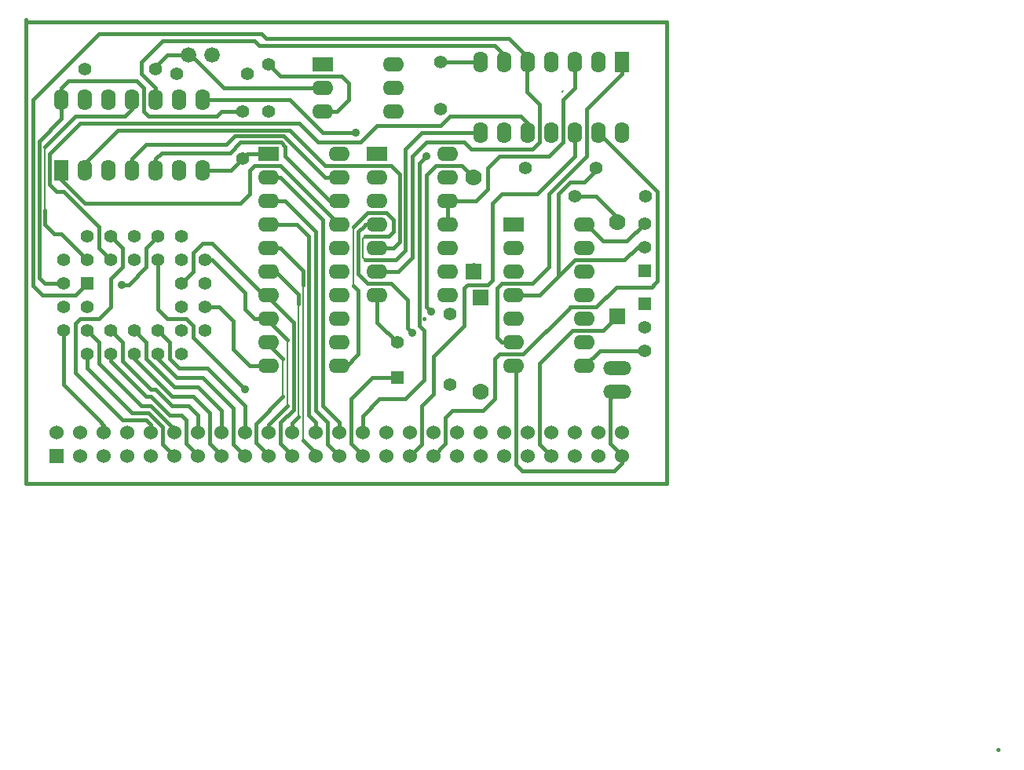
<source format=gbl>
G04 (created by PCBNEW-RS274X (2011-07-08 BZR 3044)-stable) date 06/10/2012 12:04:17*
G01*
G70*
G90*
%MOIN*%
G04 Gerber Fmt 3.4, Leading zero omitted, Abs format*
%FSLAX34Y34*%
G04 APERTURE LIST*
%ADD10C,0.006000*%
%ADD11C,0.015000*%
%ADD12C,0.055000*%
%ADD13R,0.062000X0.090000*%
%ADD14O,0.062000X0.090000*%
%ADD15R,0.055000X0.055000*%
%ADD16C,0.070000*%
%ADD17R,0.070000X0.070000*%
%ADD18R,0.090000X0.062000*%
%ADD19O,0.090000X0.062000*%
%ADD20O,0.118700X0.059300*%
%ADD21C,0.066000*%
%ADD22R,0.060000X0.060000*%
%ADD23C,0.060000*%
%ADD24C,0.035000*%
%ADD25C,0.008000*%
G04 APERTURE END LIST*
G54D10*
G54D11*
X07000Y-08100D02*
X07000Y-08000D01*
X34200Y-08100D02*
X07000Y-08100D01*
X34200Y-27700D02*
X34200Y-08100D01*
X07000Y-27700D02*
X34200Y-27700D01*
X07000Y-08100D02*
X07000Y-27700D01*
G54D12*
X16200Y-11900D03*
X16200Y-13900D03*
X17300Y-09900D03*
X17300Y-11900D03*
X24600Y-11800D03*
X24600Y-09800D03*
G54D13*
X08500Y-14400D03*
G54D14*
X09500Y-14400D03*
X10500Y-14400D03*
X11500Y-14400D03*
X12500Y-14400D03*
X13500Y-14400D03*
X14500Y-14400D03*
X14500Y-11400D03*
X13500Y-11400D03*
X12500Y-11400D03*
X11500Y-11400D03*
X10500Y-11400D03*
X09500Y-11400D03*
X08500Y-11400D03*
G54D15*
X22750Y-23200D03*
G54D12*
X22750Y-21700D03*
G54D16*
X26000Y-14700D03*
G54D17*
X26000Y-18700D03*
G54D12*
X25000Y-20500D03*
X25000Y-23500D03*
G54D16*
X26300Y-23800D03*
G54D17*
X26300Y-19800D03*
G54D15*
X33250Y-20050D03*
G54D12*
X33250Y-21050D03*
X33250Y-22050D03*
G54D15*
X33250Y-18650D03*
G54D12*
X33250Y-17650D03*
X33250Y-16650D03*
X16400Y-10300D03*
X13400Y-10300D03*
X12500Y-10100D03*
X09500Y-10100D03*
X30300Y-15500D03*
X33300Y-15500D03*
G54D18*
X19600Y-09900D03*
G54D19*
X19600Y-10900D03*
X19600Y-11900D03*
X22600Y-11900D03*
X22600Y-10900D03*
X22600Y-09900D03*
G54D18*
X27700Y-16700D03*
G54D19*
X27700Y-17700D03*
X27700Y-18700D03*
X27700Y-19700D03*
X27700Y-20700D03*
X27700Y-21700D03*
X27700Y-22700D03*
X30700Y-22700D03*
X30700Y-21700D03*
X30700Y-20700D03*
X30700Y-19700D03*
X30700Y-18700D03*
X30700Y-17700D03*
X30700Y-16700D03*
G54D15*
X09600Y-19200D03*
G54D12*
X08600Y-20200D03*
X09600Y-20200D03*
X08600Y-21200D03*
X09600Y-22200D03*
X09600Y-21200D03*
X10600Y-22200D03*
X10600Y-21200D03*
X11600Y-22200D03*
X11600Y-21200D03*
X12600Y-22200D03*
X12600Y-21200D03*
X13600Y-22200D03*
X14600Y-21200D03*
X13600Y-21200D03*
X14600Y-20200D03*
X13600Y-20200D03*
X14600Y-19200D03*
X13600Y-19200D03*
X14600Y-18200D03*
X13600Y-17200D03*
X13600Y-18200D03*
X12600Y-17200D03*
X12600Y-18200D03*
X11600Y-17200D03*
X11600Y-18200D03*
X10600Y-17200D03*
X10600Y-18200D03*
X09600Y-18200D03*
X08600Y-19200D03*
X09600Y-17200D03*
X08600Y-18200D03*
G54D13*
X32300Y-09800D03*
G54D14*
X31300Y-09800D03*
X30300Y-09800D03*
X29300Y-09800D03*
X28300Y-09800D03*
X27300Y-09800D03*
X26300Y-09800D03*
X26300Y-12800D03*
X27300Y-12800D03*
X28300Y-12800D03*
X29300Y-12800D03*
X30300Y-12800D03*
X31300Y-12800D03*
X32300Y-12800D03*
G54D18*
X21900Y-13700D03*
G54D19*
X21900Y-14700D03*
X21900Y-15700D03*
X21900Y-16700D03*
X21900Y-17700D03*
X21900Y-18700D03*
X21900Y-19700D03*
X24900Y-19700D03*
X24900Y-18700D03*
X24900Y-17700D03*
X24900Y-16700D03*
X24900Y-15700D03*
X24900Y-14700D03*
X24900Y-13700D03*
G54D18*
X17300Y-13700D03*
G54D19*
X17300Y-14700D03*
X17300Y-15700D03*
X17300Y-16700D03*
X17300Y-17700D03*
X17300Y-18700D03*
X17300Y-19700D03*
X17300Y-20700D03*
X17300Y-21700D03*
X17300Y-22700D03*
X20300Y-22700D03*
X20300Y-21700D03*
X20300Y-20700D03*
X20300Y-19700D03*
X20300Y-18700D03*
X20300Y-17700D03*
X20300Y-16700D03*
X20300Y-15700D03*
X20300Y-14700D03*
X20300Y-13700D03*
G54D16*
X32100Y-16600D03*
G54D17*
X32100Y-20600D03*
G54D20*
X32100Y-22800D03*
X32100Y-23800D03*
G54D21*
X14900Y-09500D03*
X13900Y-09500D03*
G54D12*
X31200Y-14300D03*
X28200Y-14300D03*
G54D22*
X08294Y-26531D03*
G54D23*
X08294Y-25531D03*
X09294Y-26531D03*
X09294Y-25531D03*
X10294Y-26531D03*
X10294Y-25531D03*
X11294Y-26531D03*
X11294Y-25531D03*
X12294Y-26531D03*
X12294Y-25531D03*
X13294Y-26531D03*
X13294Y-25531D03*
X14294Y-26531D03*
X14294Y-25531D03*
X15294Y-26531D03*
X15294Y-25531D03*
X16294Y-26531D03*
X16294Y-25531D03*
X17294Y-26531D03*
X17294Y-25531D03*
X18294Y-26531D03*
X18294Y-25531D03*
X19294Y-26531D03*
X19294Y-25531D03*
X20294Y-26531D03*
X20294Y-25531D03*
X21294Y-26531D03*
X21294Y-25531D03*
X22294Y-26531D03*
X22294Y-25531D03*
X23294Y-26531D03*
X23294Y-25531D03*
X24294Y-26531D03*
X24294Y-25531D03*
X25294Y-26531D03*
X25294Y-25531D03*
X26294Y-26531D03*
X26294Y-25531D03*
X27294Y-26531D03*
X27294Y-25531D03*
X28294Y-26531D03*
X28294Y-25531D03*
X29294Y-26531D03*
X29294Y-25531D03*
X30294Y-26531D03*
X30294Y-25531D03*
X31294Y-26531D03*
X31294Y-25531D03*
X32294Y-26531D03*
X32294Y-25531D03*
G54D24*
X11050Y-19250D03*
X24200Y-20400D03*
X24000Y-13800D03*
X21000Y-12800D03*
X23400Y-21300D03*
X16300Y-23700D03*
G54D11*
X48250Y-39000D02*
X48250Y-39000D01*
G54D25*
X29750Y-11050D02*
X29800Y-11000D01*
X29750Y-11050D02*
X29800Y-11000D01*
G54D11*
X09600Y-18200D02*
X08500Y-17100D01*
X07800Y-16500D02*
X07800Y-16700D01*
X11200Y-12100D02*
X09100Y-12100D01*
X11500Y-11800D02*
X11500Y-11400D01*
X07800Y-16500D02*
X07800Y-16100D01*
X11500Y-11800D02*
X11200Y-12100D01*
X09100Y-12100D02*
X07800Y-13400D01*
X08500Y-17100D02*
X08200Y-17100D01*
G54D25*
X07800Y-16100D02*
X07800Y-13400D01*
G54D11*
X07800Y-16700D02*
X08200Y-17100D01*
X16294Y-24750D02*
X16294Y-24594D01*
G54D25*
X16294Y-24750D02*
X16294Y-25531D01*
G54D11*
X13500Y-22800D02*
X14700Y-22800D01*
X12600Y-21200D02*
X13100Y-21700D01*
X14700Y-22800D02*
X16294Y-24394D01*
X13100Y-21900D02*
X13100Y-22400D01*
X16294Y-25531D02*
X16294Y-24594D01*
X13500Y-22800D02*
X13100Y-22400D01*
X16294Y-24394D02*
X16294Y-24594D01*
G54D25*
X16294Y-24694D02*
X16294Y-24750D01*
G54D11*
X13100Y-21700D02*
X13100Y-21900D01*
X14500Y-23200D02*
X15800Y-24500D01*
X15800Y-24500D02*
X15800Y-26037D01*
X12600Y-22200D02*
X12600Y-22400D01*
X15800Y-26037D02*
X16294Y-26531D01*
X12600Y-22400D02*
X13400Y-23200D01*
X13400Y-23200D02*
X14500Y-23200D01*
X12100Y-18500D02*
X11350Y-19250D01*
X12600Y-17200D02*
X12100Y-17700D01*
X11350Y-19250D02*
X11050Y-19250D01*
X12100Y-17700D02*
X12100Y-18500D01*
X10294Y-25531D02*
X10294Y-25206D01*
X08600Y-21200D02*
X08600Y-23500D01*
X10088Y-25000D02*
X10100Y-25000D01*
X08600Y-23500D02*
X10100Y-25000D01*
X10294Y-25206D02*
X10088Y-25000D01*
X17600Y-12400D02*
X16700Y-12400D01*
X19400Y-13200D02*
X21200Y-13200D01*
X28000Y-12100D02*
X25000Y-12100D01*
X10100Y-17700D02*
X10100Y-16800D01*
X08000Y-15000D02*
X08000Y-13700D01*
X10100Y-16800D02*
X08600Y-15300D01*
X08600Y-15300D02*
X08300Y-15300D01*
X28300Y-12400D02*
X28000Y-12100D01*
X18600Y-12400D02*
X19400Y-13200D01*
X24600Y-12500D02*
X25000Y-12100D01*
X17600Y-12400D02*
X18600Y-12400D01*
X08300Y-15300D02*
X08000Y-15000D01*
X21200Y-13200D02*
X21900Y-12500D01*
X24600Y-12500D02*
X21900Y-12500D01*
X16700Y-12400D02*
X09300Y-12400D01*
X10100Y-17700D02*
X10600Y-18200D01*
X28300Y-12800D02*
X28300Y-12400D01*
X09300Y-12400D02*
X08000Y-13700D01*
X14300Y-23600D02*
X15294Y-24594D01*
X12100Y-22400D02*
X13300Y-23600D01*
X12100Y-21700D02*
X12100Y-21800D01*
X15294Y-24594D02*
X15294Y-25531D01*
X12100Y-21700D02*
X12100Y-22400D01*
X11600Y-21200D02*
X12100Y-21700D01*
X13300Y-23600D02*
X14300Y-23600D01*
X14750Y-24650D02*
X14100Y-24000D01*
X14800Y-24700D02*
X14750Y-24650D01*
X15294Y-26531D02*
X15294Y-26494D01*
X14800Y-26000D02*
X14800Y-24700D01*
X13200Y-24000D02*
X14100Y-24000D01*
X11600Y-22400D02*
X11600Y-22200D01*
X15294Y-26494D02*
X14800Y-26000D01*
X11600Y-22400D02*
X13200Y-24000D01*
X13200Y-24400D02*
X13900Y-24400D01*
X13900Y-24400D02*
X14294Y-24794D01*
X11100Y-21700D02*
X11100Y-22500D01*
X12300Y-23700D02*
X12500Y-23700D01*
X10600Y-21200D02*
X10700Y-21300D01*
X11100Y-22500D02*
X12300Y-23700D01*
X10700Y-21300D02*
X11100Y-21700D01*
X12500Y-23700D02*
X13200Y-24400D01*
X14294Y-24794D02*
X14294Y-25531D01*
X12700Y-24400D02*
X13100Y-24800D01*
X12700Y-24400D02*
X12700Y-24400D01*
X12100Y-24000D02*
X12300Y-24000D01*
X13600Y-24800D02*
X13800Y-25000D01*
X10600Y-22500D02*
X10600Y-22200D01*
X14294Y-26531D02*
X14294Y-26494D01*
X13800Y-26000D02*
X13800Y-25000D01*
X14294Y-26494D02*
X13800Y-26000D01*
X10600Y-22500D02*
X12100Y-24000D01*
G54D25*
X10600Y-22200D02*
X10600Y-22200D01*
G54D11*
X12300Y-24000D02*
X12700Y-24400D01*
X13100Y-24800D02*
X13600Y-24800D01*
X11900Y-24400D02*
X12300Y-24400D01*
X13294Y-25394D02*
X12300Y-24400D01*
X10100Y-22600D02*
X11900Y-24400D01*
X09700Y-21300D02*
X10100Y-21700D01*
X13294Y-25531D02*
X13294Y-25394D01*
X10100Y-21700D02*
X10100Y-22600D01*
X09600Y-21200D02*
X09700Y-21300D01*
X12800Y-25300D02*
X12800Y-26037D01*
X09600Y-22200D02*
X09600Y-22800D01*
G54D25*
X09600Y-22200D02*
X09600Y-22200D01*
G54D11*
X09600Y-22800D02*
X11500Y-24700D01*
X12200Y-24700D02*
X12800Y-25300D01*
X13294Y-26531D02*
X12850Y-26087D01*
X11500Y-24700D02*
X12200Y-24700D01*
X12800Y-26037D02*
X13294Y-26531D01*
X12100Y-25000D02*
X12294Y-25194D01*
X09100Y-20900D02*
X09100Y-21200D01*
X10600Y-19000D02*
X10600Y-20200D01*
X10700Y-17300D02*
X11100Y-17700D01*
X09300Y-20700D02*
X09100Y-20900D01*
X10100Y-20700D02*
X09300Y-20700D01*
X11100Y-17700D02*
X11100Y-18500D01*
X10600Y-20200D02*
X10100Y-20700D01*
X11100Y-18500D02*
X10600Y-19000D01*
X09100Y-21200D02*
X09100Y-23000D01*
X12294Y-25531D02*
X12294Y-25194D01*
X11100Y-25000D02*
X12100Y-25000D01*
X09100Y-23000D02*
X11100Y-25000D01*
X10600Y-17200D02*
X10700Y-17300D01*
X27100Y-13800D02*
X26600Y-14300D01*
X29400Y-13600D02*
X29200Y-13800D01*
X24900Y-15700D02*
X26100Y-15700D01*
X26600Y-14400D02*
X26600Y-14300D01*
X26100Y-15700D02*
X26600Y-15200D01*
X26600Y-15200D02*
X26600Y-14400D01*
X29502Y-13501D02*
X29499Y-13501D01*
X30300Y-09800D02*
X30300Y-10900D01*
X29800Y-13203D02*
X29502Y-13501D01*
X29200Y-13800D02*
X27100Y-13800D01*
X29800Y-11400D02*
X29800Y-13203D01*
X30300Y-10900D02*
X29800Y-11400D01*
X24900Y-16700D02*
X24900Y-15700D01*
G54D25*
X30300Y-09800D02*
X30250Y-10550D01*
G54D11*
X29499Y-13501D02*
X29400Y-13600D01*
X29502Y-13501D02*
X29500Y-13503D01*
X20294Y-25094D02*
X20294Y-25531D01*
X19600Y-16500D02*
X19600Y-17200D01*
X19600Y-17200D02*
X19600Y-24400D01*
X19600Y-24400D02*
X20294Y-25094D01*
X17800Y-14700D02*
X19600Y-16500D01*
G54D25*
X20294Y-25531D02*
X20294Y-25094D01*
G54D11*
X17300Y-14700D02*
X17800Y-14700D01*
X17300Y-14700D02*
X17300Y-14800D01*
X19600Y-17100D02*
X19600Y-17200D01*
X19800Y-26037D02*
X20294Y-26531D01*
X19800Y-25100D02*
X19800Y-26037D01*
G54D25*
X20294Y-26494D02*
X19800Y-26000D01*
X19800Y-25100D02*
X19800Y-26000D01*
X20294Y-26494D02*
X20294Y-26531D01*
G54D11*
X19300Y-24600D02*
X19800Y-25100D01*
X17300Y-15700D02*
X18000Y-15700D01*
X19300Y-17000D02*
X19300Y-24600D01*
X18000Y-15700D02*
X19300Y-17000D01*
G54D25*
X19294Y-25094D02*
X19000Y-24800D01*
X19294Y-25094D02*
X19294Y-25531D01*
X19000Y-24800D02*
X19000Y-18500D01*
G54D11*
X19000Y-17200D02*
X19000Y-24800D01*
X18500Y-16700D02*
X19000Y-17200D01*
X19294Y-25094D02*
X19294Y-25531D01*
X19000Y-24800D02*
X19294Y-25094D01*
X17300Y-16700D02*
X18500Y-16700D01*
X17800Y-17700D02*
X17300Y-17700D01*
G54D25*
X18750Y-24850D02*
X18750Y-19250D01*
G54D11*
X19294Y-26394D02*
X18750Y-25850D01*
G54D25*
X18750Y-24850D02*
X18750Y-25850D01*
G54D11*
X19294Y-26394D02*
X19294Y-26531D01*
X18748Y-18648D02*
X17800Y-17700D01*
X18748Y-19248D02*
X18748Y-18648D01*
X18750Y-19250D02*
X18748Y-19248D01*
G54D25*
X18750Y-24950D02*
X18750Y-24850D01*
G54D11*
X18550Y-19650D02*
X18550Y-20050D01*
G54D25*
X18550Y-23950D02*
X18550Y-20050D01*
G54D11*
X18294Y-25106D02*
X18550Y-24850D01*
G54D25*
X18550Y-24850D02*
X18550Y-23950D01*
G54D11*
X17300Y-18700D02*
X17600Y-18700D01*
X18294Y-25106D02*
X18294Y-25531D01*
X17600Y-18700D02*
X18550Y-19650D01*
X17100Y-19700D02*
X14900Y-17500D01*
X17800Y-26000D02*
X17800Y-25100D01*
X18294Y-26531D02*
X18294Y-26494D01*
X18350Y-24450D02*
X18350Y-24450D01*
X18294Y-26494D02*
X17800Y-26000D01*
X14100Y-17900D02*
X14500Y-17500D01*
X17100Y-19700D02*
X17300Y-19700D01*
X17800Y-25100D02*
X18353Y-24547D01*
X17300Y-19800D02*
X18350Y-20850D01*
G54D25*
X14400Y-17600D02*
X14100Y-17900D01*
X14100Y-17900D02*
X14100Y-18000D01*
G54D11*
X18350Y-24450D02*
X18350Y-20850D01*
X18353Y-24547D02*
X18353Y-24450D01*
X18353Y-24450D02*
X18350Y-24450D01*
X17300Y-19700D02*
X17300Y-19800D01*
X14500Y-17500D02*
X14900Y-17500D01*
X14100Y-17900D02*
X14100Y-18700D01*
X14100Y-18700D02*
X13600Y-19200D01*
X17294Y-25531D02*
X17294Y-25194D01*
X17300Y-20700D02*
X17300Y-20800D01*
X16700Y-20700D02*
X16300Y-20300D01*
X17294Y-25194D02*
X18100Y-24388D01*
X16300Y-19600D02*
X14900Y-18200D01*
X16300Y-20300D02*
X16300Y-19600D01*
G54D25*
X18100Y-24388D02*
X18100Y-21600D01*
G54D11*
X17300Y-20700D02*
X16700Y-20700D01*
X17300Y-20800D02*
X18100Y-21600D01*
X14900Y-18200D02*
X14600Y-18200D01*
X17300Y-21700D02*
X17300Y-21800D01*
X17294Y-26531D02*
X17294Y-26494D01*
X16750Y-25950D02*
X16750Y-25150D01*
G54D25*
X17900Y-24000D02*
X17900Y-22400D01*
G54D11*
X16750Y-25150D02*
X17900Y-24000D01*
X17300Y-21800D02*
X17900Y-22400D01*
X17294Y-26494D02*
X16750Y-25950D01*
X15500Y-13300D02*
X15868Y-12932D01*
X15868Y-12932D02*
X17932Y-12932D01*
X11500Y-13900D02*
X11500Y-14400D01*
X11500Y-13900D02*
X12100Y-13300D01*
X20300Y-14700D02*
X19700Y-14700D01*
X19700Y-14700D02*
X17932Y-12932D01*
X12100Y-13300D02*
X15500Y-13300D01*
X20300Y-15700D02*
X19900Y-15700D01*
X12500Y-14400D02*
X12500Y-13900D01*
X15650Y-13650D02*
X16100Y-13200D01*
X12500Y-13900D02*
X12750Y-13650D01*
X17822Y-13200D02*
X17700Y-13200D01*
X18000Y-13800D02*
X18000Y-13378D01*
X18000Y-13378D02*
X17822Y-13200D01*
X19900Y-15700D02*
X18000Y-13800D01*
X16100Y-13200D02*
X17700Y-13200D01*
X12750Y-13650D02*
X15650Y-13650D01*
X08500Y-14400D02*
X08500Y-14800D01*
X08500Y-14800D02*
X09500Y-15800D01*
X17800Y-14200D02*
X20300Y-16700D01*
X16500Y-14400D02*
X16700Y-14200D01*
X16500Y-15400D02*
X16500Y-14400D01*
X16100Y-15800D02*
X16500Y-15400D01*
X09500Y-15800D02*
X16100Y-15800D01*
X16700Y-14200D02*
X17800Y-14200D01*
X21000Y-14200D02*
X19800Y-14200D01*
X21900Y-17700D02*
X22600Y-17700D01*
X22500Y-14200D02*
X21000Y-14200D01*
X22868Y-14568D02*
X22500Y-14200D01*
X19700Y-14200D02*
X18200Y-12700D01*
X19800Y-14200D02*
X19700Y-14200D01*
X18200Y-12700D02*
X10900Y-12700D01*
X10200Y-13400D02*
X10900Y-12700D01*
X09500Y-14400D02*
X09500Y-14100D01*
X10900Y-12700D02*
X10200Y-13400D01*
X22600Y-17700D02*
X22868Y-17432D01*
X09500Y-14100D02*
X10200Y-13400D01*
X22868Y-17432D02*
X22868Y-14568D01*
X28500Y-13500D02*
X28800Y-13200D01*
X24600Y-13200D02*
X25600Y-13200D01*
X28250Y-09850D02*
X28250Y-11050D01*
X28250Y-09850D02*
X28300Y-09800D01*
X28800Y-11600D02*
X28800Y-13200D01*
X28250Y-11050D02*
X28800Y-11600D01*
X26700Y-13500D02*
X28500Y-13500D01*
X21900Y-18700D02*
X22800Y-18700D01*
X23400Y-18100D02*
X23400Y-13800D01*
X24000Y-13200D02*
X24600Y-13200D01*
X23400Y-13800D02*
X24000Y-13200D01*
X24500Y-13200D02*
X24600Y-13200D01*
X22800Y-18700D02*
X23400Y-18100D01*
X24600Y-13200D02*
X24500Y-13200D01*
X22800Y-18700D02*
X22900Y-18600D01*
X22800Y-18700D02*
X22900Y-18600D01*
X09100Y-19700D02*
X07700Y-19700D01*
X09600Y-19200D02*
X09100Y-19700D01*
X17000Y-08600D02*
X10100Y-08600D01*
X28300Y-09600D02*
X28300Y-09800D01*
X28300Y-09600D02*
X27500Y-08800D01*
X07700Y-19700D02*
X07300Y-19300D01*
X07300Y-11400D02*
X09000Y-09700D01*
X07300Y-19300D02*
X07300Y-11400D01*
X10100Y-08600D02*
X09000Y-09700D01*
X27500Y-08800D02*
X17200Y-08800D01*
X17200Y-08800D02*
X17000Y-08600D01*
X25900Y-13500D02*
X25600Y-13200D01*
X25900Y-13500D02*
X26700Y-13500D01*
X24200Y-20400D02*
X24000Y-20200D01*
X24000Y-20200D02*
X24000Y-19900D01*
X26000Y-14700D02*
X25500Y-14200D01*
X24000Y-15700D02*
X24000Y-19900D01*
X25500Y-14200D02*
X24400Y-14200D01*
X24400Y-14200D02*
X24000Y-14600D01*
X24000Y-14600D02*
X24000Y-15700D01*
X26000Y-14700D02*
X25900Y-14700D01*
X26000Y-14700D02*
X26000Y-14800D01*
X32400Y-18200D02*
X30300Y-18200D01*
X29600Y-18900D02*
X30300Y-18200D01*
X32950Y-17650D02*
X32400Y-18200D01*
X32950Y-17650D02*
X33250Y-17650D01*
X29600Y-15400D02*
X30100Y-14900D01*
X31200Y-14300D02*
X31200Y-14400D01*
X31200Y-14400D02*
X30700Y-14900D01*
X30700Y-14900D02*
X30100Y-14900D01*
X29600Y-15400D02*
X29600Y-18900D01*
X29600Y-18900D02*
X28800Y-19700D01*
X27700Y-19700D02*
X28800Y-19700D01*
X29200Y-15400D02*
X30100Y-14500D01*
X30800Y-13200D02*
X30800Y-13800D01*
X30800Y-11800D02*
X32300Y-10300D01*
X32300Y-09800D02*
X32300Y-10300D01*
X30800Y-13200D02*
X30800Y-11800D01*
X29200Y-18500D02*
X29200Y-15400D01*
X29200Y-18500D02*
X28500Y-19200D01*
X30800Y-13800D02*
X30100Y-14500D01*
X27200Y-19200D02*
X28500Y-19200D01*
X27000Y-19400D02*
X27200Y-19200D01*
X27000Y-21500D02*
X27000Y-19400D01*
X27200Y-21700D02*
X27000Y-21500D01*
X27200Y-21700D02*
X27700Y-21700D01*
X28500Y-19200D02*
X28900Y-18800D01*
G54D25*
X32300Y-09800D02*
X32250Y-10150D01*
G54D11*
X21900Y-19700D02*
X21900Y-20850D01*
X32294Y-26531D02*
X32294Y-26806D01*
X27800Y-26900D02*
X27800Y-22800D01*
X27800Y-22800D02*
X27700Y-22700D01*
X31950Y-27150D02*
X28050Y-27150D01*
X32294Y-26806D02*
X31950Y-27150D01*
X28050Y-27150D02*
X27800Y-26900D01*
X32294Y-26494D02*
X31800Y-26000D01*
X31800Y-24100D02*
X32100Y-23800D01*
X32294Y-26531D02*
X32294Y-26494D01*
X31800Y-26000D02*
X31800Y-24100D01*
X17300Y-13700D02*
X16400Y-13700D01*
X16400Y-13700D02*
X16200Y-13900D01*
X21900Y-20850D02*
X22750Y-21700D01*
X14600Y-20200D02*
X15200Y-20200D01*
X15200Y-20200D02*
X15800Y-20800D01*
X15800Y-20800D02*
X15800Y-22000D01*
X15800Y-22000D02*
X16500Y-22700D01*
X16500Y-22700D02*
X17300Y-22700D01*
X24600Y-09800D02*
X26300Y-09800D01*
X14500Y-14400D02*
X15700Y-14400D01*
G54D25*
X27750Y-22850D02*
X27700Y-22700D01*
G54D11*
X15700Y-14400D02*
X16200Y-13900D01*
X23800Y-24500D02*
X23800Y-24400D01*
X24300Y-23900D02*
X24300Y-23000D01*
X23800Y-24400D02*
X24300Y-23900D01*
X26800Y-19000D02*
X26800Y-19050D01*
X25600Y-20100D02*
X25600Y-21000D01*
X25600Y-21000D02*
X24300Y-22300D01*
X24300Y-22300D02*
X24300Y-23000D01*
X25600Y-19400D02*
X25700Y-19300D01*
X26800Y-19000D02*
X26800Y-16500D01*
X25600Y-19400D02*
X25600Y-20100D01*
X23800Y-24500D02*
X23800Y-26025D01*
X23294Y-26531D02*
X23800Y-26025D01*
X28800Y-15300D02*
X30300Y-13800D01*
X28700Y-15400D02*
X28800Y-15300D01*
X30300Y-13800D02*
X30300Y-12800D01*
X28700Y-15400D02*
X27900Y-15400D01*
X26800Y-15800D02*
X27200Y-15400D01*
X27200Y-15400D02*
X27900Y-15400D01*
X26800Y-16500D02*
X26800Y-15800D01*
X25750Y-19250D02*
X25700Y-19300D01*
X26600Y-19250D02*
X25750Y-19250D01*
X26800Y-19050D02*
X26600Y-19250D01*
X23900Y-21400D02*
X23900Y-21200D01*
X23700Y-21000D02*
X23700Y-20500D01*
X23900Y-21200D02*
X23700Y-21000D01*
X24000Y-13800D02*
X23700Y-14100D01*
X23700Y-14100D02*
X23700Y-20500D01*
X21294Y-25531D02*
X21294Y-24806D01*
X23100Y-24100D02*
X23900Y-23300D01*
X21294Y-24806D02*
X22000Y-24100D01*
X23900Y-23300D02*
X23900Y-21400D01*
X23900Y-20700D02*
X23900Y-20700D01*
X22000Y-24100D02*
X23100Y-24100D01*
X32100Y-16600D02*
X32100Y-16400D01*
X31200Y-15500D02*
X30300Y-15500D01*
X32100Y-16400D02*
X31200Y-15500D01*
X26000Y-18700D02*
X26000Y-18400D01*
X12500Y-10000D02*
X13000Y-09500D01*
X15400Y-10900D02*
X19600Y-10900D01*
X12500Y-10100D02*
X12500Y-10000D01*
X14000Y-09500D02*
X15200Y-10700D01*
X12500Y-10000D02*
X13000Y-09500D01*
X13000Y-09500D02*
X14000Y-09500D01*
X13000Y-09500D02*
X13900Y-09500D01*
X15400Y-10900D02*
X15200Y-10700D01*
X31350Y-22050D02*
X30700Y-22700D01*
X33250Y-22050D02*
X31350Y-22050D01*
G54D25*
X21000Y-12800D02*
X21000Y-12800D01*
G54D11*
X21000Y-12800D02*
X19600Y-12800D01*
X18200Y-11400D02*
X14500Y-11400D01*
X19600Y-12800D02*
X18200Y-11400D01*
X27300Y-09500D02*
X26900Y-09100D01*
X11900Y-10300D02*
X11900Y-09800D01*
X11900Y-09800D02*
X12800Y-08900D01*
X12800Y-08900D02*
X16700Y-08900D01*
G54D25*
X18700Y-09100D02*
X18700Y-09100D01*
G54D11*
X16900Y-09100D02*
X18700Y-09100D01*
X12500Y-11400D02*
X12500Y-10900D01*
X16700Y-08900D02*
X16900Y-09100D01*
X27300Y-09800D02*
X27300Y-09500D01*
X26900Y-09100D02*
X18700Y-09100D01*
X12500Y-10900D02*
X11900Y-10300D01*
G54D25*
X23400Y-21300D02*
X23400Y-21300D01*
G54D11*
X21100Y-17000D02*
X21100Y-18800D01*
X21400Y-16700D02*
X21350Y-16750D01*
X21400Y-16700D02*
X21900Y-16700D01*
X22500Y-19200D02*
X21500Y-19200D01*
X21500Y-19200D02*
X21200Y-18900D01*
X23200Y-21100D02*
X23400Y-21300D01*
X22500Y-19200D02*
X23200Y-19900D01*
X21100Y-18800D02*
X21200Y-18900D01*
X21350Y-16750D02*
X21100Y-17000D01*
X23200Y-19900D02*
X23200Y-21100D01*
X29000Y-22400D02*
X28800Y-22600D01*
X28800Y-22600D02*
X28800Y-26037D01*
X28800Y-26037D02*
X29294Y-26531D01*
X32100Y-20600D02*
X31500Y-21200D01*
X29700Y-21700D02*
X29000Y-22400D01*
X30200Y-21200D02*
X29700Y-21700D01*
X31500Y-21200D02*
X30200Y-21200D01*
X29294Y-26531D02*
X29294Y-26506D01*
X13000Y-20700D02*
X13800Y-20700D01*
X13800Y-20700D02*
X14100Y-21000D01*
X12600Y-18200D02*
X12600Y-20300D01*
X12600Y-20300D02*
X13000Y-20700D01*
X14100Y-21000D02*
X14100Y-21500D01*
X14100Y-21500D02*
X16300Y-23700D01*
X16300Y-23700D02*
X16300Y-23700D01*
X21500Y-16200D02*
X22300Y-16200D01*
X20900Y-16800D02*
X21500Y-16200D01*
X22300Y-16200D02*
X22400Y-16300D01*
X22400Y-17200D02*
X21700Y-17200D01*
X22400Y-16300D02*
X22600Y-16500D01*
X22600Y-16500D02*
X22600Y-17000D01*
X22600Y-17000D02*
X22400Y-17200D01*
G54D25*
X21400Y-17200D02*
X21297Y-17303D01*
X21297Y-17303D02*
X21297Y-17500D01*
X21297Y-17500D02*
X21300Y-17500D01*
G54D11*
X21700Y-17200D02*
X21400Y-17200D01*
X20550Y-22750D02*
X21100Y-22200D01*
X21100Y-22200D02*
X21100Y-19500D01*
X21100Y-19500D02*
X20900Y-19300D01*
G54D25*
X20900Y-19300D02*
X20900Y-16800D01*
G54D11*
X20300Y-22700D02*
X20550Y-22750D01*
X22700Y-18200D02*
X21400Y-18200D01*
G54D25*
X21300Y-18100D02*
X21400Y-18200D01*
X21300Y-17500D02*
X21300Y-18100D01*
X21300Y-17500D02*
X21300Y-17500D01*
G54D11*
X22700Y-18200D02*
X23100Y-17800D01*
X23100Y-17800D02*
X23100Y-13500D01*
X26300Y-12800D02*
X24800Y-12800D01*
X24800Y-12800D02*
X24800Y-12800D01*
X24800Y-12800D02*
X23800Y-12800D01*
X23800Y-12800D02*
X23100Y-13500D01*
X22700Y-18200D02*
X23100Y-17800D01*
X25600Y-12800D02*
X26300Y-12800D01*
X21294Y-26531D02*
X21294Y-26494D01*
X21700Y-23200D02*
X22750Y-23200D01*
X20800Y-24100D02*
X21700Y-23200D01*
X20800Y-26000D02*
X20800Y-24100D01*
X21294Y-26494D02*
X20800Y-26000D01*
X08600Y-19200D02*
X07800Y-19200D01*
X30700Y-16700D02*
X30800Y-16700D01*
X31500Y-17400D02*
X32500Y-17400D01*
X30800Y-16700D02*
X31500Y-17400D01*
X32500Y-17400D02*
X33250Y-16650D01*
X19600Y-11900D02*
X20200Y-11900D01*
X20200Y-11900D02*
X20700Y-11400D01*
X20700Y-11400D02*
X20700Y-10700D01*
X20700Y-10700D02*
X20400Y-10400D01*
X20400Y-10400D02*
X17800Y-10400D01*
X17800Y-10400D02*
X17300Y-09900D01*
X16200Y-11900D02*
X15300Y-11900D01*
X13700Y-12100D02*
X12200Y-12100D01*
X12200Y-12100D02*
X12000Y-11900D01*
X12000Y-11900D02*
X12000Y-10900D01*
X12000Y-10900D02*
X11700Y-10600D01*
X11700Y-10600D02*
X08800Y-10600D01*
X08800Y-10600D02*
X08500Y-10900D01*
X08500Y-10900D02*
X08500Y-11400D01*
X15300Y-11900D02*
X15100Y-12100D01*
X15100Y-12100D02*
X13700Y-12100D01*
X08500Y-12200D02*
X07550Y-13150D01*
X07550Y-13150D02*
X07550Y-18950D01*
X08500Y-11400D02*
X08500Y-12200D01*
X07800Y-19200D02*
X07550Y-18950D01*
X22750Y-23200D02*
X22400Y-23200D01*
G54D25*
X32500Y-17400D02*
X33250Y-16650D01*
G54D11*
X26900Y-22400D02*
X26900Y-24100D01*
X25100Y-24600D02*
X24800Y-24900D01*
X26400Y-24600D02*
X25100Y-24600D01*
X26900Y-24100D02*
X26400Y-24600D01*
X27100Y-22200D02*
X26900Y-22400D01*
X24294Y-26531D02*
X24294Y-26506D01*
X24800Y-26000D02*
X24800Y-24900D01*
X24294Y-26506D02*
X24800Y-26000D01*
X28100Y-22200D02*
X27100Y-22200D01*
X31200Y-20200D02*
X30100Y-20200D01*
X30100Y-20200D02*
X30050Y-20250D01*
X31300Y-12800D02*
X31250Y-12750D01*
X33800Y-19100D02*
X33700Y-19200D01*
X33800Y-15300D02*
X33800Y-19100D01*
X31250Y-12750D02*
X33800Y-15300D01*
X33550Y-19350D02*
X33700Y-19200D01*
X32050Y-19350D02*
X33550Y-19350D01*
X31200Y-20200D02*
X32050Y-19350D01*
X28100Y-22200D02*
X30050Y-20250D01*
X24294Y-26531D02*
X24369Y-26531D01*
M02*

</source>
